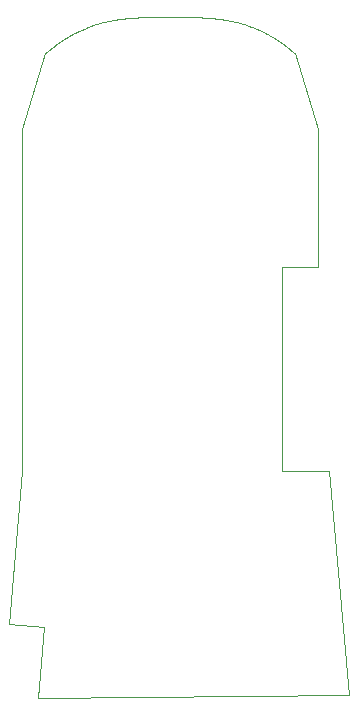
<source format=gbr>
%FSTAX23Y23*%
%MOMM*%
%SFA1B1*%

%IPPOS*%
%ADD46C,0.025400*%
%LNflightstick_trigger_rightv2_profile-1*%
%LPD*%
G54D46*
X08772Y-4941D02*
X07149Y-3048D01*
X03149*
Y-13194*
X06149*
Y-01539*
X0421Y04893*
X04173Y04925*
X04135Y04957*
X04098Y04989*
X04061Y0502*
X04024Y05051*
X04004Y05068*
X03969Y05097*
X03939Y05122*
X03908Y05147*
X03878Y05172*
X03847Y05197*
X03817Y05222*
X03786Y05247*
X03755Y05272*
X03725Y05296*
X03694Y05321*
X0366Y05348*
X03625Y05375*
X03591Y05402*
X03556Y05429*
X03522Y05456*
X03488Y05482*
X03453Y05509*
X03419Y05535*
X0338Y05564*
X03342Y05593*
X03303Y05621*
X03265Y0565*
X03226Y05678*
X03188Y05706*
X03145Y05737*
X03103Y05767*
X03061Y05797*
X03018Y05827*
X02972Y0586*
X02925Y05892*
X02878Y05924*
X02832Y05956*
X02781Y0599*
X02731Y06023*
X02676Y06059*
X02621Y06095*
X02562Y06133*
X02503Y0617*
X0244Y0621*
X02373Y06251*
X02302Y06294*
X02226Y06339*
X02142Y06388*
X0205Y06441*
X01949Y06497*
X01832Y06561*
X01685Y06639*
D01*
X01641Y06661*
X01597Y06683*
X01554Y06705*
X0151Y06727*
X01466Y06749*
D01*
X00794Y07047*
X00673Y07096*
X0051Y07158*
X00376Y07206*
X00259Y07247*
X00155Y07282*
X00059Y07314*
X-00032Y07343*
X-00083Y07359*
X-00208Y07396*
X-0032Y07429*
X-00419Y07457*
X-00512Y07482*
X-00606Y07506*
X-00693Y07528*
X-00774Y07548*
X-00855Y07567*
X-00929Y07584*
X-01004Y07601*
X-01073Y07615*
X-01141Y0763*
X-0121Y07644*
X-01272Y07656*
X-01334Y07668*
X-01397Y0768*
X-01459Y07692*
X-01515Y07702*
X-01571Y07712*
X-01627Y07721*
X-01683Y07731*
X-01739Y0774*
X-01789Y07748*
X-01839Y07755*
X-01889Y07763*
X-01939Y0777*
X-01989Y07777*
X-02039Y07784*
X-02089Y07791*
X-02133Y07797*
X-02176Y07803*
X-0222Y07808*
X-02264Y07814*
X-02307Y07819*
X-02351Y07824*
X-02395Y07829*
X-02439Y07834*
X-02482Y07839*
X-02526Y07844*
X-02563Y07848*
X-02601Y07852*
X-02638Y07856*
X-02676Y07859*
X-02713Y07863*
X-02751Y07867*
X-02789Y0787*
X-02826Y07873*
X-02864Y07877*
X-02901Y0788*
X-02939Y07883*
X-02976Y07886*
X-03014Y07889*
X-03045Y07892*
X-03076Y07894*
X-03108Y07896*
X-03139Y07899*
X-0317Y07901*
X-03202Y07903*
X-03233Y07905*
X-03264Y07908*
X-03295Y0791*
X-03327Y07912*
X-03358Y07914*
X-03389Y07916*
X-03421Y07917*
X-03452Y07919*
X-03483Y07921*
X-03515Y07923*
X-03546Y07925*
X-03577Y07926*
X-03602Y07928*
X-03628Y07929*
X-03653Y0793*
X-03678Y07931*
X-03703Y07932*
X-03728Y07934*
X-03753Y07935*
X-03778Y07936*
X-03803Y07937*
X-03828Y07938*
X-03853Y07939*
X-03878Y0794*
X-03904Y07941*
X-03929Y07942*
X-03954Y07943*
X-03979Y07944*
X-04004Y07945*
X-04029Y07946*
X-04054Y07947*
X-04079Y07948*
X-04104Y07948*
X-0413Y07949*
X-04155Y0795*
X-0418Y07951*
X-04205Y07952*
X-04224Y07952*
X-04243Y07953*
X-04261Y07953*
X-0428Y07954*
X-04299Y07954*
X-04318Y07955*
X-04337Y07955*
X-04356Y07956*
X-04375Y07956*
X-04393Y07957*
X-04412Y07957*
X-04431Y07957*
X-0445Y07958*
X-04469Y07958*
X-04488Y07959*
X-04507Y07959*
X-04525Y07959*
X-04544Y0796*
X-04563Y0796*
X-04582Y07961*
X-04601Y07961*
X-0462Y07961*
X-04639Y07962*
X-04658Y07962*
X-04676Y07962*
X-04695Y07962*
X-04714Y07963*
X-04733Y07963*
X-04752Y07963*
X-04771Y07964*
X-0479Y07964*
X-04809Y07964*
X-04827Y07964*
X-0484Y07965*
X-04853Y07965*
X-04865Y07965*
X-04878Y07965*
X-0489Y07965*
X-04903Y07965*
X-04916Y07965*
X-04928Y07966*
X-04941Y07966*
X-04953Y07966*
X-04979Y07966*
X-04991Y07966*
X-05004Y07966*
X-05016Y07966*
X-05029Y07967*
X-05042Y07967*
X-05067Y07967*
X-05079Y07967*
X-05092Y07967*
X-05105Y07967*
X-0513Y07967*
X-05155Y07968*
X-05168Y07968*
X-05193Y07968*
X-05218Y07968*
X-05231Y07968*
X-05243Y07968*
X-05256Y07968*
X-05269Y07968*
X-05281Y07968*
X-05294Y07968*
X-05306Y07968*
X-05344Y07969*
X-05369Y07969*
X-05382Y07969*
X-05395Y07969*
X-05407Y07969*
X-0542Y07969*
X-05433Y07969*
X-05445Y07969*
X-05458Y07969*
X-05477Y07969*
X-05483Y07969*
X-05489*
X-05496Y07969*
X-05508Y07969*
X-05515Y07969*
X-05521*
X-05527Y07969*
X-0554Y07969*
X-05546*
X-05565Y07969*
X-05571*
X-05578Y07969*
X-05584*
X-05597Y07969*
X-05603*
X-05609Y07969*
X-05616*
X-05622Y07969*
X-05628*
X-05635*
X-05641*
X-0566Y07969*
X-05666*
X-05673Y07969*
X-05679*
X-05685*
X-05691Y07969*
X-05698*
X-05704*
X-0571*
X-05717*
X-05729*
X-05736Y07969*
X-05742*
X-05748*
X-05774*
X-0578Y07969*
X-05786*
X-05793*
X-05799*
X-05805*
X-05812*
X-05818*
X-05824*
X-05875*
X-05881*
X-05894*
X-059*
X-05906*
X-05913*
X-05919*
X-05932Y07969*
X-05938*
X-05963*
X-0597*
X-05982*
X-05989Y07969*
X-05995*
X-06008*
X-06014*
X-06039*
X-06046*
X-06052*
X-06058Y07969*
X-06065*
X-06071*
X-06077*
X-06084*
X-0609*
X-06096Y07969*
X-06109*
X-06115*
X-06134*
X-06141*
X-06153Y07969*
X-06159*
X-06166*
X-06172*
X-06178*
X-06191*
X-06197*
X-06235Y07969*
X-06242*
X-06254*
X-06261*
X-06267*
X-06273*
X-0628*
X-06286Y07969*
X-06292*
X-06305*
X-06311*
X-06324*
X-0633*
X-0637*
X-06375*
X-0639*
X-06395*
X-064*
X-06405*
X-0641*
X-06415Y07969*
X-0642*
X-06425*
X-06431*
X-06436*
X-06441*
X-06446*
X-06451*
X-06461*
X-06466*
X-06486Y07969*
X-06491*
X-06501*
X-06506*
X-06512*
X-06522*
X-06527*
X-06542Y07969*
X-06547*
X-06557*
X-06562*
X-06572*
X-06577*
X-06582Y07969*
X-06592*
X-06598*
X-06603*
X-06613*
X-06618Y07969*
X-06623*
X-06638*
X-06643*
X-06658*
X-06663*
X-06668Y07969*
X-06673*
X-06678*
X-06684*
X-06689*
X-06694*
X-06699Y07969*
X-06749*
X-06754*
X-06764Y0797*
X-06769*
X-06774*
X-06785*
X-0679*
X-06795*
X-0681Y0797*
X-06815*
X-0682*
X-06825*
X-06835*
X-06845*
X-0685*
X-06855*
X-0686*
X-06876*
X-06881*
X-06916*
X-06921*
X-06936*
X-06941*
X-06946*
X-06951*
X-06956*
X-06961*
X-06966*
X-06971*
X-07017Y0797*
X-07022Y07969*
X-07027*
X-07032*
X-07037*
X-07042*
X-07047*
X-07052*
X-07057*
X-07087Y07969*
X-07093*
X-07098*
X-07103*
X-07108Y07969*
X-07118*
X-07123Y07969*
X-07128*
X-07133*
X-07138*
X-07148Y07969*
X-07158Y07969*
X-07178Y07969*
X-07188Y07969*
X-07198Y07969*
X-07209Y07969*
X-07229Y07969*
X-07239Y07969*
X-07249*
X-07279Y07969*
X-07289Y07969*
X-07299Y07969*
X-07309Y07969*
X-07319Y07969*
X-0734Y07969*
X-0736Y07969*
X-0738Y07969*
X-0739Y07969*
X-074Y07969*
X-0741Y07969*
X-0742Y07969*
X-0743Y07968*
X-0744Y07968*
X-0745Y07968*
X-0746Y07968*
X-0747Y07968*
X-07481Y07968*
X-07491Y07968*
X-07511Y07968*
X-07531Y07968*
X-07541Y07968*
X-07561Y07968*
X-07571Y07968*
X-07581Y07968*
X-07591Y07968*
X-07611Y07967*
X-07621Y07967*
X-07631Y07967*
X-07642Y07967*
X-07652Y07967*
X-07667Y07967*
X-07682Y07967*
X-07697Y07967*
X-07712Y07967*
X-07727Y07966*
X-07742Y07966*
X-07757Y07966*
X-07772Y07966*
X-07787Y07966*
X-07802Y07966*
X-07817Y07965*
X-07833Y07965*
X-07848Y07965*
X-07863Y07965*
X-07878Y07965*
X-07893Y07965*
X-07908Y07964*
X-07923Y07964*
X-07938Y07964*
X-07953Y07964*
X-07968Y07964*
X-07983Y07963*
X-07998Y07963*
X-08013Y07963*
X-08028Y07963*
X-08044Y07962*
X-08059Y07962*
X-08074Y07962*
X-08089Y07962*
X-08104Y07961*
X-08119Y07961*
X-08134Y07961*
X-08149Y0796*
X-08164Y0796*
X-08184Y0796*
X-08204Y07959*
X-08224Y07959*
X-08244Y07959*
X-08264Y07958*
X-08284Y07958*
X-08304Y07957*
X-08324Y07957*
X-08344Y07956*
X-08365Y07956*
X-08385Y07955*
X-08405Y07955*
X-08425Y07954*
X-08445Y07954*
X-08465Y07953*
X-08485Y07953*
X-08505Y07952*
X-08525Y07951*
X-08545Y07951*
X-08565Y0795*
X-08585Y0795*
X-08605Y07949*
X-08625Y07948*
X-08645Y07948*
X-08665Y07947*
X-0869Y07946*
X-08715Y07945*
X-0874Y07944*
X-08765Y07943*
X-0879Y07942*
X-08815Y07941*
X-0884Y0794*
X-08865Y07939*
X-0889Y07938*
X-08915Y07937*
X-0894Y07936*
X-08965Y07935*
X-0899Y07934*
X-09015Y07933*
X-0904Y07931*
X-09065Y0793*
X-0909Y07929*
X-09115Y07928*
X-0914Y07926*
X-09165Y07925*
X-09195Y07923*
X-09225Y07922*
X-09255Y0792*
X-09285Y07918*
X-09315Y07916*
X-09345Y07915*
X-09375Y07913*
X-09405Y07911*
X-09435Y07909*
X-09465Y07907*
X-09494Y07905*
X-09524Y07903*
X-09554Y079*
X-09584Y07898*
X-09614Y07896*
X-09649Y07893*
X-09684Y07891*
X-09719Y07888*
X-09754Y07885*
X-09789Y07882*
X-09824Y07879*
X-09858Y07876*
X-09893Y07873*
X-09928Y0787*
X-09963Y07866*
X-09998Y07863*
X-10033Y0786*
X-10073Y07856*
X-10112Y07852*
X-10152Y07848*
X-10192Y07843*
X-10232Y07839*
X-10272Y07834*
X-10311Y0783*
X-10351Y07825*
X-10391Y07821*
X-10436Y07815*
X-10481Y07809*
X-10525Y07804*
X-1057Y07798*
X-10615Y07792*
X-1066Y07786*
X-10704Y07779*
X-10754Y07772*
X-10804Y07765*
X-10853Y07757*
X-10903Y0775*
X-10953Y07742*
X-11007Y07733*
X-11062Y07724*
X-11116Y07715*
X-11171Y07705*
X-11226Y07695*
X-11285Y07684*
X-11345Y07673*
X-11355Y07671*
X-11409Y07661*
X-11463Y0765*
X-11517Y07639*
X-11571Y07628*
X-11629Y07615*
X-11687Y07603*
X-11748Y07589*
X-11814Y07574*
X-11879Y07559*
X-11948Y07543*
X-1202Y07525*
X-12096Y07506*
X-12176Y07485*
X-1226Y07463*
X-12351Y07437*
X-12445Y0741*
X-12551Y07379*
X-12664Y07345*
X-12792Y07304*
X-12942Y07254*
D01*
X-12979Y07241*
X-13017Y07228*
X-13054Y07215*
X-13091Y07202*
X-13128Y07188*
D01*
X-13185Y07167*
X-13242Y07146*
X-13298Y07125*
X-13355Y07103*
X-13411Y07081*
D01*
X-1409Y06785*
X-14371Y06646*
D01*
X-14412Y06625*
X-14452Y06604*
X-14492Y06583*
X-14532Y06561*
X-14572Y0654*
Y0654*
X-14732Y06451*
X-14874Y0637*
X-15001Y06295*
X-15023Y06281*
X-15063Y06258*
X-151Y06235*
X-15137Y06212*
X-15174Y06188*
X-15212Y06165*
X-15249Y06141*
X-15286Y06118*
X-15323Y06094*
X-1536Y0607*
X-15397Y06046*
X-15434Y06021*
X-1547Y05997*
X-15507Y05972*
X-15546Y05946*
X-15584Y0592*
X-15623Y05893*
X-15661Y05867*
X-15699Y0584*
X-15738Y05813*
X-15776Y05786*
X-15814Y05759*
X-15852Y05731*
X-1589Y05704*
X-15928Y05676*
X-15966Y05648*
X-16006Y05619*
X-16045Y05589*
X-16085Y05559*
X-16124Y0553*
X-16164Y055*
X-16203Y05469*
X-16242Y05439*
X-16282Y05409*
X-16321Y05378*
X-1636Y05347*
X-164Y05315*
X-16441Y05283*
X-16481Y0525*
X-16522Y05217*
X-16562Y05184*
X-16603Y05151*
X-16643Y05118*
X-16683Y05085*
X-16725Y0505*
X-16766Y05015*
X-16808Y0498*
X-16849Y04944*
X-16891Y04909*
X-1691Y04892*
X-18849Y-01539*
Y-3048*
X-20006Y-43428*
X-17017Y-43695*
X-17551Y-49671*
X08772Y-4941*
M02*
</source>
